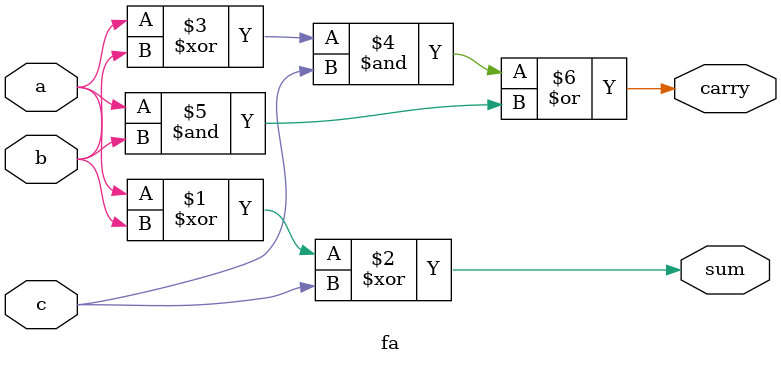
<source format=v>
module fa(input a, b, c, output sum, carry);
  assign sum = a ^ b ^ c;
  assign carry = (a ^ b) & c | (a & b);
endmodule

</source>
